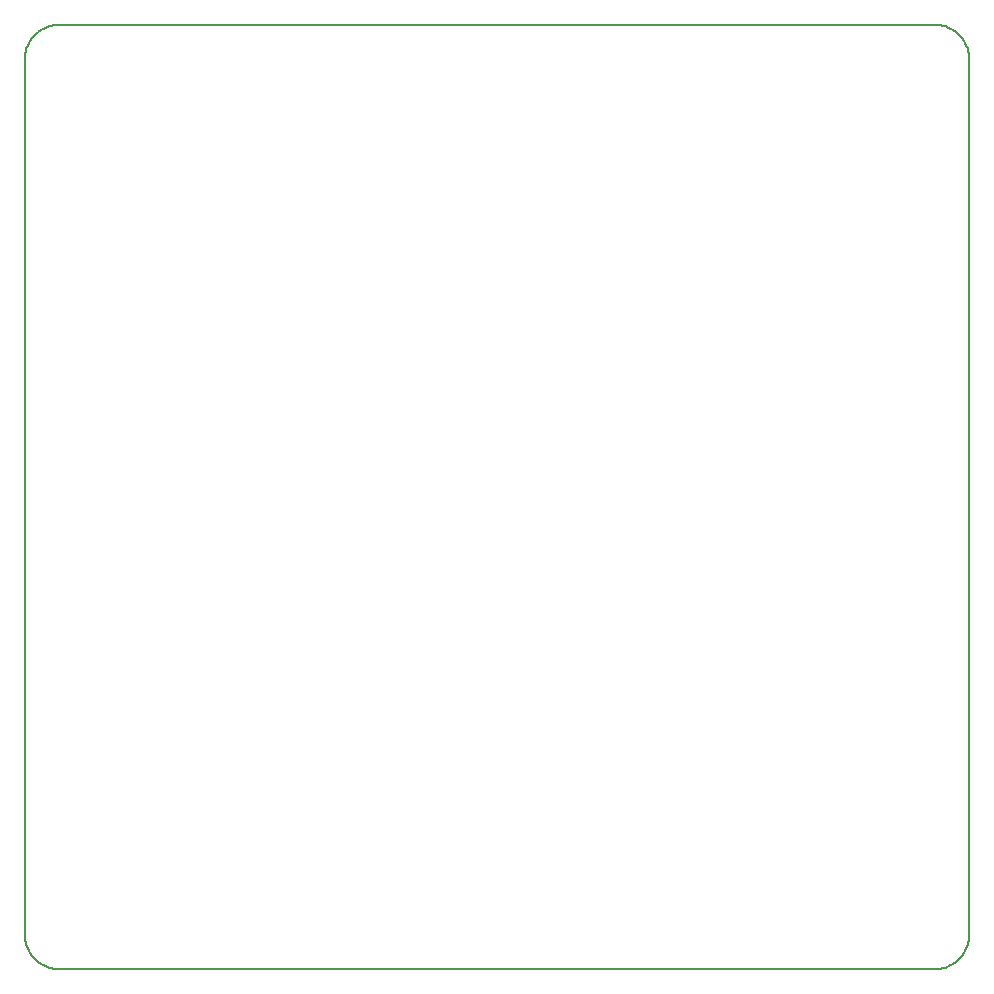
<source format=gm1>
G04*
G04 #@! TF.GenerationSoftware,Altium Limited,Altium Designer,20.1.8 (145)*
G04*
G04 Layer_Color=16711935*
%FSLAX25Y25*%
%MOIN*%
G70*
G04*
G04 #@! TF.SameCoordinates,80DC2721-EA0D-41AB-A6B1-568E3CCDEEEF*
G04*
G04*
G04 #@! TF.FilePolarity,Positive*
G04*
G01*
G75*
%ADD16C,0.00600*%
D16*
X98425Y110236D02*
X98466Y109261D01*
X98586Y108292D01*
X98787Y107337D01*
X99065Y106401D01*
X99420Y105492D01*
X99849Y104615D01*
X100348Y103776D01*
X100916Y102982D01*
X101547Y102237D01*
X102237Y101547D01*
X102982Y100916D01*
X103776Y100348D01*
X104615Y99849D01*
X105492Y99420D01*
X106401Y99065D01*
X107337Y98787D01*
X108292Y98586D01*
X109261Y98466D01*
X110236Y98425D01*
X401575D02*
X402550Y98466D01*
X403519Y98586D01*
X404474Y98787D01*
X405410Y99065D01*
X406319Y99420D01*
X407196Y99849D01*
X408035Y100348D01*
X408829Y100916D01*
X409574Y101547D01*
X410264Y102237D01*
X410895Y102982D01*
X411463Y103776D01*
X411962Y104615D01*
X412391Y105492D01*
X412746Y106401D01*
X413024Y107337D01*
X413225Y108292D01*
X413345Y109261D01*
X413386Y110236D01*
X413386Y401575D02*
X413345Y402550D01*
X413225Y403519D01*
X413024Y404474D01*
X412746Y405410D01*
X412391Y406319D01*
X411962Y407196D01*
X411463Y408035D01*
X410895Y408829D01*
X410264Y409574D01*
X409574Y410264D01*
X408829Y410895D01*
X408035Y411463D01*
X407196Y411962D01*
X406319Y412391D01*
X405410Y412746D01*
X404474Y413024D01*
X403519Y413225D01*
X402550Y413345D01*
X401575Y413386D01*
X110236D02*
X109261Y413345D01*
X108292Y413225D01*
X107337Y413024D01*
X106401Y412746D01*
X105492Y412391D01*
X104615Y411962D01*
X103776Y411463D01*
X102982Y410895D01*
X102237Y410264D01*
X101547Y409574D01*
X100916Y408829D01*
X100348Y408035D01*
X99849Y407196D01*
X99420Y406319D01*
X99065Y405410D01*
X98787Y404474D01*
X98586Y403519D01*
X98466Y402550D01*
X98425Y401575D01*
X98425Y401575D02*
X98425Y401575D01*
X110236Y98425D02*
X401575Y98425D01*
X98425Y401575D02*
X98425Y110236D01*
X413386D02*
X413386Y401575D01*
X110236Y413386D02*
X110236Y413386D01*
X401329D02*
X401575D01*
X110236D02*
X401329D01*
M02*

</source>
